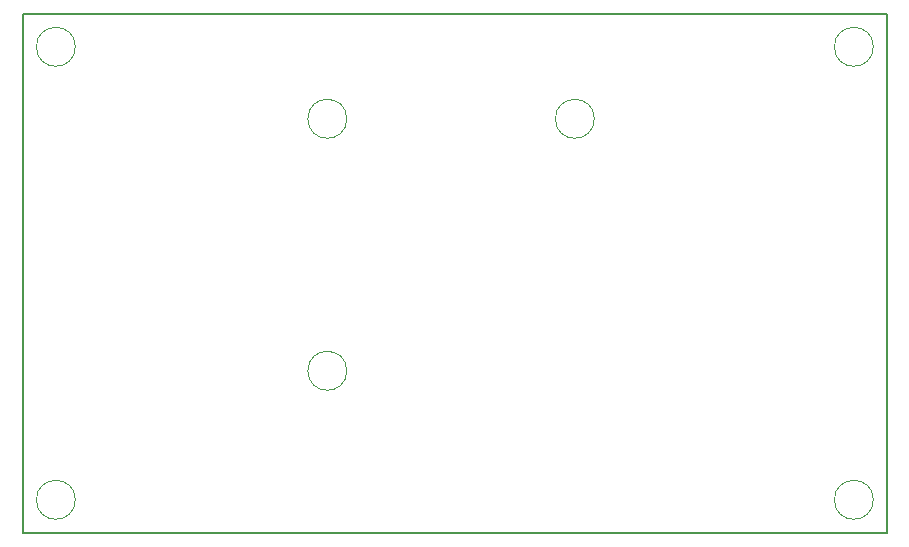
<source format=gbr>
%TF.GenerationSoftware,KiCad,Pcbnew,7.0.10*%
%TF.CreationDate,2025-04-06T19:51:51+02:00*%
%TF.ProjectId,auto_irrigator,6175746f-5f69-4727-9269-6761746f722e,rev?*%
%TF.SameCoordinates,Original*%
%TF.FileFunction,Profile,NP*%
%FSLAX46Y46*%
G04 Gerber Fmt 4.6, Leading zero omitted, Abs format (unit mm)*
G04 Created by KiCad (PCBNEW 7.0.10) date 2025-04-06 19:51:51*
%MOMM*%
%LPD*%
G01*
G04 APERTURE LIST*
%TA.AperFunction,Profile*%
%ADD10C,0.100000*%
%TD*%
%TA.AperFunction,Profile*%
%ADD11C,0.200000*%
%TD*%
G04 APERTURE END LIST*
D10*
X181228000Y-67056000D02*
G75*
G03*
X177928000Y-67056000I-1650000J0D01*
G01*
X177928000Y-67056000D02*
G75*
G03*
X181228000Y-67056000I1650000J0D01*
G01*
X160272000Y-67056000D02*
G75*
G03*
X156972000Y-67056000I-1650000J0D01*
G01*
X156972000Y-67056000D02*
G75*
G03*
X160272000Y-67056000I1650000J0D01*
G01*
X160272000Y-88392000D02*
G75*
G03*
X156972000Y-88392000I-1650000J0D01*
G01*
X156972000Y-88392000D02*
G75*
G03*
X160272000Y-88392000I1650000J0D01*
G01*
X204850000Y-99314000D02*
G75*
G03*
X201550000Y-99314000I-1650000J0D01*
G01*
X201550000Y-99314000D02*
G75*
G03*
X204850000Y-99314000I1650000J0D01*
G01*
D11*
X132842000Y-58166000D02*
X205994000Y-58166000D01*
X205994000Y-102108000D01*
X132842000Y-102108000D01*
X132842000Y-58166000D01*
D10*
X137286000Y-60960000D02*
G75*
G03*
X133986000Y-60960000I-1650000J0D01*
G01*
X133986000Y-60960000D02*
G75*
G03*
X137286000Y-60960000I1650000J0D01*
G01*
X204850000Y-60960000D02*
G75*
G03*
X201550000Y-60960000I-1650000J0D01*
G01*
X201550000Y-60960000D02*
G75*
G03*
X204850000Y-60960000I1650000J0D01*
G01*
X137286000Y-99314000D02*
G75*
G03*
X133986000Y-99314000I-1650000J0D01*
G01*
X133986000Y-99314000D02*
G75*
G03*
X137286000Y-99314000I1650000J0D01*
G01*
M02*

</source>
